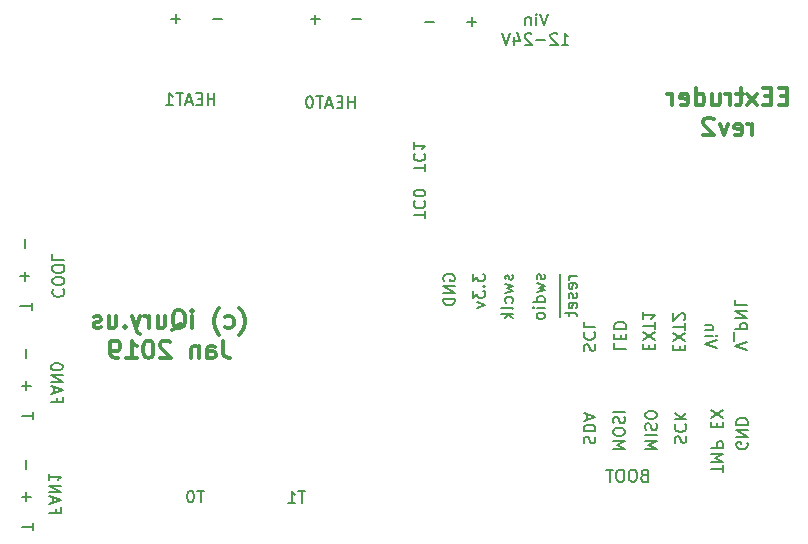
<source format=gbo>
G04 #@! TF.GenerationSoftware,KiCad,Pcbnew,6.0.0-rc1-unknown-170ff66~66~ubuntu18.10.1*
G04 #@! TF.CreationDate,2019-01-13T01:23:09-08:00
G04 #@! TF.ProjectId,EExtruder,45457874-7275-4646-9572-2e6b69636164,rev?*
G04 #@! TF.SameCoordinates,Original*
G04 #@! TF.FileFunction,Legend,Bot*
G04 #@! TF.FilePolarity,Positive*
%FSLAX46Y46*%
G04 Gerber Fmt 4.6, Leading zero omitted, Abs format (unit mm)*
G04 Created by KiCad (PCBNEW 6.0.0-rc1-unknown-170ff66~66~ubuntu18.10.1) date Sun 13 Jan 2019 01:23:09 AM PST*
%MOMM*%
%LPD*%
G04 APERTURE LIST*
%ADD10C,0.300000*%
%ADD11C,0.150000*%
%ADD12C,1.602000*%
%ADD13O,1.802000X1.802000*%
%ADD14R,1.802000X1.802000*%
%ADD15R,2.502000X2.502000*%
%ADD16C,2.502000*%
%ADD17C,3.302000*%
%ADD18O,1.829200X1.829200*%
%ADD19R,1.829200X1.829200*%
G04 APERTURE END LIST*
D10*
X150708571Y-111735000D02*
X150780000Y-111663571D01*
X150922857Y-111449285D01*
X150994285Y-111306428D01*
X151065714Y-111092142D01*
X151137142Y-110735000D01*
X151137142Y-110449285D01*
X151065714Y-110092142D01*
X150994285Y-109877857D01*
X150922857Y-109735000D01*
X150780000Y-109520714D01*
X150708571Y-109449285D01*
X149494285Y-111092142D02*
X149637142Y-111163571D01*
X149922857Y-111163571D01*
X150065714Y-111092142D01*
X150137142Y-111020714D01*
X150208571Y-110877857D01*
X150208571Y-110449285D01*
X150137142Y-110306428D01*
X150065714Y-110235000D01*
X149922857Y-110163571D01*
X149637142Y-110163571D01*
X149494285Y-110235000D01*
X148994285Y-111735000D02*
X148922857Y-111663571D01*
X148780000Y-111449285D01*
X148708571Y-111306428D01*
X148637142Y-111092142D01*
X148565714Y-110735000D01*
X148565714Y-110449285D01*
X148637142Y-110092142D01*
X148708571Y-109877857D01*
X148780000Y-109735000D01*
X148922857Y-109520714D01*
X148994285Y-109449285D01*
X146708571Y-111163571D02*
X146708571Y-110163571D01*
X146708571Y-109663571D02*
X146780000Y-109735000D01*
X146708571Y-109806428D01*
X146637142Y-109735000D01*
X146708571Y-109663571D01*
X146708571Y-109806428D01*
X144994285Y-111306428D02*
X145137142Y-111235000D01*
X145280000Y-111092142D01*
X145494285Y-110877857D01*
X145637142Y-110806428D01*
X145780000Y-110806428D01*
X145708571Y-111163571D02*
X145851428Y-111092142D01*
X145994285Y-110949285D01*
X146065714Y-110663571D01*
X146065714Y-110163571D01*
X145994285Y-109877857D01*
X145851428Y-109735000D01*
X145708571Y-109663571D01*
X145422857Y-109663571D01*
X145280000Y-109735000D01*
X145137142Y-109877857D01*
X145065714Y-110163571D01*
X145065714Y-110663571D01*
X145137142Y-110949285D01*
X145280000Y-111092142D01*
X145422857Y-111163571D01*
X145708571Y-111163571D01*
X143780000Y-110163571D02*
X143780000Y-111163571D01*
X144422857Y-110163571D02*
X144422857Y-110949285D01*
X144351428Y-111092142D01*
X144208571Y-111163571D01*
X143994285Y-111163571D01*
X143851428Y-111092142D01*
X143780000Y-111020714D01*
X143065714Y-111163571D02*
X143065714Y-110163571D01*
X143065714Y-110449285D02*
X142994285Y-110306428D01*
X142922857Y-110235000D01*
X142780000Y-110163571D01*
X142637142Y-110163571D01*
X142280000Y-110163571D02*
X141922857Y-111163571D01*
X141565714Y-110163571D02*
X141922857Y-111163571D01*
X142065714Y-111520714D01*
X142137142Y-111592142D01*
X142280000Y-111663571D01*
X140994285Y-111020714D02*
X140922857Y-111092142D01*
X140994285Y-111163571D01*
X141065714Y-111092142D01*
X140994285Y-111020714D01*
X140994285Y-111163571D01*
X139637142Y-110163571D02*
X139637142Y-111163571D01*
X140280000Y-110163571D02*
X140280000Y-110949285D01*
X140208571Y-111092142D01*
X140065714Y-111163571D01*
X139851428Y-111163571D01*
X139708571Y-111092142D01*
X139637142Y-111020714D01*
X138994285Y-111092142D02*
X138851428Y-111163571D01*
X138565714Y-111163571D01*
X138422857Y-111092142D01*
X138351428Y-110949285D01*
X138351428Y-110877857D01*
X138422857Y-110735000D01*
X138565714Y-110663571D01*
X138780000Y-110663571D01*
X138922857Y-110592142D01*
X138994285Y-110449285D01*
X138994285Y-110377857D01*
X138922857Y-110235000D01*
X138780000Y-110163571D01*
X138565714Y-110163571D01*
X138422857Y-110235000D01*
X149351428Y-112213571D02*
X149351428Y-113285000D01*
X149422857Y-113499285D01*
X149565714Y-113642142D01*
X149780000Y-113713571D01*
X149922857Y-113713571D01*
X147994285Y-113713571D02*
X147994285Y-112927857D01*
X148065714Y-112785000D01*
X148208571Y-112713571D01*
X148494285Y-112713571D01*
X148637142Y-112785000D01*
X147994285Y-113642142D02*
X148137142Y-113713571D01*
X148494285Y-113713571D01*
X148637142Y-113642142D01*
X148708571Y-113499285D01*
X148708571Y-113356428D01*
X148637142Y-113213571D01*
X148494285Y-113142142D01*
X148137142Y-113142142D01*
X147994285Y-113070714D01*
X147280000Y-112713571D02*
X147280000Y-113713571D01*
X147280000Y-112856428D02*
X147208571Y-112785000D01*
X147065714Y-112713571D01*
X146851428Y-112713571D01*
X146708571Y-112785000D01*
X146637142Y-112927857D01*
X146637142Y-113713571D01*
X144851428Y-112356428D02*
X144780000Y-112285000D01*
X144637142Y-112213571D01*
X144280000Y-112213571D01*
X144137142Y-112285000D01*
X144065714Y-112356428D01*
X143994285Y-112499285D01*
X143994285Y-112642142D01*
X144065714Y-112856428D01*
X144922857Y-113713571D01*
X143994285Y-113713571D01*
X143065714Y-112213571D02*
X142922857Y-112213571D01*
X142780000Y-112285000D01*
X142708571Y-112356428D01*
X142637142Y-112499285D01*
X142565714Y-112785000D01*
X142565714Y-113142142D01*
X142637142Y-113427857D01*
X142708571Y-113570714D01*
X142780000Y-113642142D01*
X142922857Y-113713571D01*
X143065714Y-113713571D01*
X143208571Y-113642142D01*
X143280000Y-113570714D01*
X143351428Y-113427857D01*
X143422857Y-113142142D01*
X143422857Y-112785000D01*
X143351428Y-112499285D01*
X143280000Y-112356428D01*
X143208571Y-112285000D01*
X143065714Y-112213571D01*
X141137142Y-113713571D02*
X141994285Y-113713571D01*
X141565714Y-113713571D02*
X141565714Y-112213571D01*
X141708571Y-112427857D01*
X141851428Y-112570714D01*
X141994285Y-112642142D01*
X140422857Y-113713571D02*
X140137142Y-113713571D01*
X139994285Y-113642142D01*
X139922857Y-113570714D01*
X139780000Y-113356428D01*
X139708571Y-113070714D01*
X139708571Y-112499285D01*
X139780000Y-112356428D01*
X139851428Y-112285000D01*
X139994285Y-112213571D01*
X140280000Y-112213571D01*
X140422857Y-112285000D01*
X140494285Y-112356428D01*
X140565714Y-112499285D01*
X140565714Y-112856428D01*
X140494285Y-112999285D01*
X140422857Y-113070714D01*
X140280000Y-113142142D01*
X139994285Y-113142142D01*
X139851428Y-113070714D01*
X139780000Y-112999285D01*
X139708571Y-112856428D01*
X197064285Y-91517857D02*
X196564285Y-91517857D01*
X196350000Y-92303571D02*
X197064285Y-92303571D01*
X197064285Y-90803571D01*
X196350000Y-90803571D01*
X195707142Y-91517857D02*
X195207142Y-91517857D01*
X194992857Y-92303571D02*
X195707142Y-92303571D01*
X195707142Y-90803571D01*
X194992857Y-90803571D01*
X194492857Y-92303571D02*
X193707142Y-91303571D01*
X194492857Y-91303571D02*
X193707142Y-92303571D01*
X193350000Y-91303571D02*
X192778571Y-91303571D01*
X193135714Y-90803571D02*
X193135714Y-92089285D01*
X193064285Y-92232142D01*
X192921428Y-92303571D01*
X192778571Y-92303571D01*
X192278571Y-92303571D02*
X192278571Y-91303571D01*
X192278571Y-91589285D02*
X192207142Y-91446428D01*
X192135714Y-91375000D01*
X191992857Y-91303571D01*
X191850000Y-91303571D01*
X190707142Y-91303571D02*
X190707142Y-92303571D01*
X191350000Y-91303571D02*
X191350000Y-92089285D01*
X191278571Y-92232142D01*
X191135714Y-92303571D01*
X190921428Y-92303571D01*
X190778571Y-92232142D01*
X190707142Y-92160714D01*
X189350000Y-92303571D02*
X189350000Y-90803571D01*
X189350000Y-92232142D02*
X189492857Y-92303571D01*
X189778571Y-92303571D01*
X189921428Y-92232142D01*
X189992857Y-92160714D01*
X190064285Y-92017857D01*
X190064285Y-91589285D01*
X189992857Y-91446428D01*
X189921428Y-91375000D01*
X189778571Y-91303571D01*
X189492857Y-91303571D01*
X189350000Y-91375000D01*
X188064285Y-92232142D02*
X188207142Y-92303571D01*
X188492857Y-92303571D01*
X188635714Y-92232142D01*
X188707142Y-92089285D01*
X188707142Y-91517857D01*
X188635714Y-91375000D01*
X188492857Y-91303571D01*
X188207142Y-91303571D01*
X188064285Y-91375000D01*
X187992857Y-91517857D01*
X187992857Y-91660714D01*
X188707142Y-91803571D01*
X187350000Y-92303571D02*
X187350000Y-91303571D01*
X187350000Y-91589285D02*
X187278571Y-91446428D01*
X187207142Y-91375000D01*
X187064285Y-91303571D01*
X186921428Y-91303571D01*
X194135714Y-94853571D02*
X194135714Y-93853571D01*
X194135714Y-94139285D02*
X194064285Y-93996428D01*
X193992857Y-93925000D01*
X193850000Y-93853571D01*
X193707142Y-93853571D01*
X192635714Y-94782142D02*
X192778571Y-94853571D01*
X193064285Y-94853571D01*
X193207142Y-94782142D01*
X193278571Y-94639285D01*
X193278571Y-94067857D01*
X193207142Y-93925000D01*
X193064285Y-93853571D01*
X192778571Y-93853571D01*
X192635714Y-93925000D01*
X192564285Y-94067857D01*
X192564285Y-94210714D01*
X193278571Y-94353571D01*
X192064285Y-93853571D02*
X191707142Y-94853571D01*
X191350000Y-93853571D01*
X190850000Y-93496428D02*
X190778571Y-93425000D01*
X190635714Y-93353571D01*
X190278571Y-93353571D01*
X190135714Y-93425000D01*
X190064285Y-93496428D01*
X189992857Y-93639285D01*
X189992857Y-93782142D01*
X190064285Y-93996428D01*
X190921428Y-94853571D01*
X189992857Y-94853571D01*
D11*
X176823809Y-84527380D02*
X176490476Y-85527380D01*
X176157142Y-84527380D01*
X175823809Y-85527380D02*
X175823809Y-84860714D01*
X175823809Y-84527380D02*
X175871428Y-84575000D01*
X175823809Y-84622619D01*
X175776190Y-84575000D01*
X175823809Y-84527380D01*
X175823809Y-84622619D01*
X175347619Y-84860714D02*
X175347619Y-85527380D01*
X175347619Y-84955952D02*
X175300000Y-84908333D01*
X175204761Y-84860714D01*
X175061904Y-84860714D01*
X174966666Y-84908333D01*
X174919047Y-85003571D01*
X174919047Y-85527380D01*
X177990476Y-87177380D02*
X178561904Y-87177380D01*
X178276190Y-87177380D02*
X178276190Y-86177380D01*
X178371428Y-86320238D01*
X178466666Y-86415476D01*
X178561904Y-86463095D01*
X177609523Y-86272619D02*
X177561904Y-86225000D01*
X177466666Y-86177380D01*
X177228571Y-86177380D01*
X177133333Y-86225000D01*
X177085714Y-86272619D01*
X177038095Y-86367857D01*
X177038095Y-86463095D01*
X177085714Y-86605952D01*
X177657142Y-87177380D01*
X177038095Y-87177380D01*
X176609523Y-86796428D02*
X175847619Y-86796428D01*
X175419047Y-86272619D02*
X175371428Y-86225000D01*
X175276190Y-86177380D01*
X175038095Y-86177380D01*
X174942857Y-86225000D01*
X174895238Y-86272619D01*
X174847619Y-86367857D01*
X174847619Y-86463095D01*
X174895238Y-86605952D01*
X175466666Y-87177380D01*
X174847619Y-87177380D01*
X173990476Y-86510714D02*
X173990476Y-87177380D01*
X174228571Y-86129761D02*
X174466666Y-86844047D01*
X173847619Y-86844047D01*
X173609523Y-86177380D02*
X173276190Y-87177380D01*
X172942857Y-86177380D01*
X160456309Y-92527380D02*
X160456309Y-91527380D01*
X160456309Y-92003571D02*
X159884880Y-92003571D01*
X159884880Y-92527380D02*
X159884880Y-91527380D01*
X159408690Y-92003571D02*
X159075357Y-92003571D01*
X158932500Y-92527380D02*
X159408690Y-92527380D01*
X159408690Y-91527380D01*
X158932500Y-91527380D01*
X158551547Y-92241666D02*
X158075357Y-92241666D01*
X158646785Y-92527380D02*
X158313452Y-91527380D01*
X157980119Y-92527380D01*
X157789642Y-91527380D02*
X157218214Y-91527380D01*
X157503928Y-92527380D02*
X157503928Y-91527380D01*
X156694404Y-91527380D02*
X156599166Y-91527380D01*
X156503928Y-91575000D01*
X156456309Y-91622619D01*
X156408690Y-91717857D01*
X156361071Y-91908333D01*
X156361071Y-92146428D01*
X156408690Y-92336904D01*
X156456309Y-92432142D01*
X156503928Y-92479761D01*
X156599166Y-92527380D01*
X156694404Y-92527380D01*
X156789642Y-92479761D01*
X156837261Y-92432142D01*
X156884880Y-92336904D01*
X156932500Y-92146428D01*
X156932500Y-91908333D01*
X156884880Y-91717857D01*
X156837261Y-91622619D01*
X156789642Y-91575000D01*
X156694404Y-91527380D01*
X148581809Y-92273380D02*
X148581809Y-91273380D01*
X148581809Y-91749571D02*
X148010380Y-91749571D01*
X148010380Y-92273380D02*
X148010380Y-91273380D01*
X147534190Y-91749571D02*
X147200857Y-91749571D01*
X147058000Y-92273380D02*
X147534190Y-92273380D01*
X147534190Y-91273380D01*
X147058000Y-91273380D01*
X146677047Y-91987666D02*
X146200857Y-91987666D01*
X146772285Y-92273380D02*
X146438952Y-91273380D01*
X146105619Y-92273380D01*
X145915142Y-91273380D02*
X145343714Y-91273380D01*
X145629428Y-92273380D02*
X145629428Y-91273380D01*
X144486571Y-92273380D02*
X145058000Y-92273380D01*
X144772285Y-92273380D02*
X144772285Y-91273380D01*
X144867523Y-91416238D01*
X144962761Y-91511476D01*
X145058000Y-91559095D01*
X182447619Y-112442857D02*
X182447619Y-112919047D01*
X183447619Y-112919047D01*
X182971428Y-112109523D02*
X182971428Y-111776190D01*
X182447619Y-111633333D02*
X182447619Y-112109523D01*
X183447619Y-112109523D01*
X183447619Y-111633333D01*
X182447619Y-111204761D02*
X183447619Y-111204761D01*
X183447619Y-110966666D01*
X183400000Y-110823809D01*
X183304761Y-110728571D01*
X183209523Y-110680952D01*
X183019047Y-110633333D01*
X182876190Y-110633333D01*
X182685714Y-110680952D01*
X182590476Y-110728571D01*
X182495238Y-110823809D01*
X182447619Y-110966666D01*
X182447619Y-111204761D01*
X185371428Y-112947619D02*
X185371428Y-112614285D01*
X184847619Y-112471428D02*
X184847619Y-112947619D01*
X185847619Y-112947619D01*
X185847619Y-112471428D01*
X185847619Y-112138095D02*
X184847619Y-111471428D01*
X185847619Y-111471428D02*
X184847619Y-112138095D01*
X185847619Y-111233333D02*
X185847619Y-110661904D01*
X184847619Y-110947619D02*
X185847619Y-110947619D01*
X184847619Y-109804761D02*
X184847619Y-110376190D01*
X184847619Y-110090476D02*
X185847619Y-110090476D01*
X185704761Y-110185714D01*
X185609523Y-110280952D01*
X185561904Y-110376190D01*
X187971428Y-113047619D02*
X187971428Y-112714285D01*
X187447619Y-112571428D02*
X187447619Y-113047619D01*
X188447619Y-113047619D01*
X188447619Y-112571428D01*
X188447619Y-112238095D02*
X187447619Y-111571428D01*
X188447619Y-111571428D02*
X187447619Y-112238095D01*
X188447619Y-111333333D02*
X188447619Y-110761904D01*
X187447619Y-111047619D02*
X188447619Y-111047619D01*
X188352380Y-110476190D02*
X188400000Y-110428571D01*
X188447619Y-110333333D01*
X188447619Y-110095238D01*
X188400000Y-110000000D01*
X188352380Y-109952380D01*
X188257142Y-109904761D01*
X188161904Y-109904761D01*
X188019047Y-109952380D01*
X187447619Y-110523809D01*
X187447619Y-109904761D01*
X191147619Y-112823809D02*
X190147619Y-112490476D01*
X191147619Y-112157142D01*
X190147619Y-111823809D02*
X190814285Y-111823809D01*
X191147619Y-111823809D02*
X191100000Y-111871428D01*
X191052380Y-111823809D01*
X191100000Y-111776190D01*
X191147619Y-111823809D01*
X191052380Y-111823809D01*
X190814285Y-111347619D02*
X190147619Y-111347619D01*
X190719047Y-111347619D02*
X190766666Y-111300000D01*
X190814285Y-111204761D01*
X190814285Y-111061904D01*
X190766666Y-110966666D01*
X190671428Y-110919047D01*
X190147619Y-110919047D01*
X193647619Y-113042857D02*
X192647619Y-112709523D01*
X193647619Y-112376190D01*
X192552380Y-112280952D02*
X192552380Y-111519047D01*
X192647619Y-111280952D02*
X193647619Y-111280952D01*
X193647619Y-110900000D01*
X193600000Y-110804761D01*
X193552380Y-110757142D01*
X193457142Y-110709523D01*
X193314285Y-110709523D01*
X193219047Y-110757142D01*
X193171428Y-110804761D01*
X193123809Y-110900000D01*
X193123809Y-111280952D01*
X192647619Y-110280952D02*
X193647619Y-110280952D01*
X192647619Y-109709523D01*
X193647619Y-109709523D01*
X192647619Y-108757142D02*
X192647619Y-109233333D01*
X193647619Y-109233333D01*
X193700000Y-120861904D02*
X193747619Y-120957142D01*
X193747619Y-121100000D01*
X193700000Y-121242857D01*
X193604761Y-121338095D01*
X193509523Y-121385714D01*
X193319047Y-121433333D01*
X193176190Y-121433333D01*
X192985714Y-121385714D01*
X192890476Y-121338095D01*
X192795238Y-121242857D01*
X192747619Y-121100000D01*
X192747619Y-121004761D01*
X192795238Y-120861904D01*
X192842857Y-120814285D01*
X193176190Y-120814285D01*
X193176190Y-121004761D01*
X192747619Y-120385714D02*
X193747619Y-120385714D01*
X192747619Y-119814285D01*
X193747619Y-119814285D01*
X192747619Y-119338095D02*
X193747619Y-119338095D01*
X193747619Y-119100000D01*
X193700000Y-118957142D01*
X193604761Y-118861904D01*
X193509523Y-118814285D01*
X193319047Y-118766666D01*
X193176190Y-118766666D01*
X192985714Y-118814285D01*
X192890476Y-118861904D01*
X192795238Y-118957142D01*
X192747619Y-119100000D01*
X192747619Y-119338095D01*
X191647619Y-123366666D02*
X191647619Y-122795238D01*
X190647619Y-123080952D02*
X191647619Y-123080952D01*
X190647619Y-122461904D02*
X191647619Y-122461904D01*
X190933333Y-122128571D01*
X191647619Y-121795238D01*
X190647619Y-121795238D01*
X190647619Y-121319047D02*
X191647619Y-121319047D01*
X191647619Y-120938095D01*
X191600000Y-120842857D01*
X191552380Y-120795238D01*
X191457142Y-120747619D01*
X191314285Y-120747619D01*
X191219047Y-120795238D01*
X191171428Y-120842857D01*
X191123809Y-120938095D01*
X191123809Y-121319047D01*
X191171428Y-119557142D02*
X191171428Y-119223809D01*
X190647619Y-119080952D02*
X190647619Y-119557142D01*
X191647619Y-119557142D01*
X191647619Y-119080952D01*
X191647619Y-118747619D02*
X190647619Y-118080952D01*
X191647619Y-118080952D02*
X190647619Y-118747619D01*
X187595238Y-120885714D02*
X187547619Y-120742857D01*
X187547619Y-120504761D01*
X187595238Y-120409523D01*
X187642857Y-120361904D01*
X187738095Y-120314285D01*
X187833333Y-120314285D01*
X187928571Y-120361904D01*
X187976190Y-120409523D01*
X188023809Y-120504761D01*
X188071428Y-120695238D01*
X188119047Y-120790476D01*
X188166666Y-120838095D01*
X188261904Y-120885714D01*
X188357142Y-120885714D01*
X188452380Y-120838095D01*
X188500000Y-120790476D01*
X188547619Y-120695238D01*
X188547619Y-120457142D01*
X188500000Y-120314285D01*
X187642857Y-119314285D02*
X187595238Y-119361904D01*
X187547619Y-119504761D01*
X187547619Y-119600000D01*
X187595238Y-119742857D01*
X187690476Y-119838095D01*
X187785714Y-119885714D01*
X187976190Y-119933333D01*
X188119047Y-119933333D01*
X188309523Y-119885714D01*
X188404761Y-119838095D01*
X188500000Y-119742857D01*
X188547619Y-119600000D01*
X188547619Y-119504761D01*
X188500000Y-119361904D01*
X188452380Y-119314285D01*
X187547619Y-118885714D02*
X188547619Y-118885714D01*
X187547619Y-118314285D02*
X188119047Y-118742857D01*
X188547619Y-118314285D02*
X187976190Y-118885714D01*
X185047619Y-121371428D02*
X186047619Y-121371428D01*
X185333333Y-121038095D01*
X186047619Y-120704761D01*
X185047619Y-120704761D01*
X185047619Y-120228571D02*
X186047619Y-120228571D01*
X185095238Y-119800000D02*
X185047619Y-119657142D01*
X185047619Y-119419047D01*
X185095238Y-119323809D01*
X185142857Y-119276190D01*
X185238095Y-119228571D01*
X185333333Y-119228571D01*
X185428571Y-119276190D01*
X185476190Y-119323809D01*
X185523809Y-119419047D01*
X185571428Y-119609523D01*
X185619047Y-119704761D01*
X185666666Y-119752380D01*
X185761904Y-119800000D01*
X185857142Y-119800000D01*
X185952380Y-119752380D01*
X186000000Y-119704761D01*
X186047619Y-119609523D01*
X186047619Y-119371428D01*
X186000000Y-119228571D01*
X186047619Y-118609523D02*
X186047619Y-118419047D01*
X186000000Y-118323809D01*
X185904761Y-118228571D01*
X185714285Y-118180952D01*
X185380952Y-118180952D01*
X185190476Y-118228571D01*
X185095238Y-118323809D01*
X185047619Y-118419047D01*
X185047619Y-118609523D01*
X185095238Y-118704761D01*
X185190476Y-118800000D01*
X185380952Y-118847619D01*
X185714285Y-118847619D01*
X185904761Y-118800000D01*
X186000000Y-118704761D01*
X186047619Y-118609523D01*
X182347619Y-121371428D02*
X183347619Y-121371428D01*
X182633333Y-121038095D01*
X183347619Y-120704761D01*
X182347619Y-120704761D01*
X183347619Y-120038095D02*
X183347619Y-119847619D01*
X183300000Y-119752380D01*
X183204761Y-119657142D01*
X183014285Y-119609523D01*
X182680952Y-119609523D01*
X182490476Y-119657142D01*
X182395238Y-119752380D01*
X182347619Y-119847619D01*
X182347619Y-120038095D01*
X182395238Y-120133333D01*
X182490476Y-120228571D01*
X182680952Y-120276190D01*
X183014285Y-120276190D01*
X183204761Y-120228571D01*
X183300000Y-120133333D01*
X183347619Y-120038095D01*
X182395238Y-119228571D02*
X182347619Y-119085714D01*
X182347619Y-118847619D01*
X182395238Y-118752380D01*
X182442857Y-118704761D01*
X182538095Y-118657142D01*
X182633333Y-118657142D01*
X182728571Y-118704761D01*
X182776190Y-118752380D01*
X182823809Y-118847619D01*
X182871428Y-119038095D01*
X182919047Y-119133333D01*
X182966666Y-119180952D01*
X183061904Y-119228571D01*
X183157142Y-119228571D01*
X183252380Y-119180952D01*
X183300000Y-119133333D01*
X183347619Y-119038095D01*
X183347619Y-118800000D01*
X183300000Y-118657142D01*
X182347619Y-118228571D02*
X183347619Y-118228571D01*
X179895238Y-120914285D02*
X179847619Y-120771428D01*
X179847619Y-120533333D01*
X179895238Y-120438095D01*
X179942857Y-120390476D01*
X180038095Y-120342857D01*
X180133333Y-120342857D01*
X180228571Y-120390476D01*
X180276190Y-120438095D01*
X180323809Y-120533333D01*
X180371428Y-120723809D01*
X180419047Y-120819047D01*
X180466666Y-120866666D01*
X180561904Y-120914285D01*
X180657142Y-120914285D01*
X180752380Y-120866666D01*
X180800000Y-120819047D01*
X180847619Y-120723809D01*
X180847619Y-120485714D01*
X180800000Y-120342857D01*
X179847619Y-119914285D02*
X180847619Y-119914285D01*
X180847619Y-119676190D01*
X180800000Y-119533333D01*
X180704761Y-119438095D01*
X180609523Y-119390476D01*
X180419047Y-119342857D01*
X180276190Y-119342857D01*
X180085714Y-119390476D01*
X179990476Y-119438095D01*
X179895238Y-119533333D01*
X179847619Y-119676190D01*
X179847619Y-119914285D01*
X180133333Y-118961904D02*
X180133333Y-118485714D01*
X179847619Y-119057142D02*
X180847619Y-118723809D01*
X179847619Y-118390476D01*
X179895238Y-113090476D02*
X179847619Y-112947619D01*
X179847619Y-112709523D01*
X179895238Y-112614285D01*
X179942857Y-112566666D01*
X180038095Y-112519047D01*
X180133333Y-112519047D01*
X180228571Y-112566666D01*
X180276190Y-112614285D01*
X180323809Y-112709523D01*
X180371428Y-112900000D01*
X180419047Y-112995238D01*
X180466666Y-113042857D01*
X180561904Y-113090476D01*
X180657142Y-113090476D01*
X180752380Y-113042857D01*
X180800000Y-112995238D01*
X180847619Y-112900000D01*
X180847619Y-112661904D01*
X180800000Y-112519047D01*
X179942857Y-111519047D02*
X179895238Y-111566666D01*
X179847619Y-111709523D01*
X179847619Y-111804761D01*
X179895238Y-111947619D01*
X179990476Y-112042857D01*
X180085714Y-112090476D01*
X180276190Y-112138095D01*
X180419047Y-112138095D01*
X180609523Y-112090476D01*
X180704761Y-112042857D01*
X180800000Y-111947619D01*
X180847619Y-111804761D01*
X180847619Y-111709523D01*
X180800000Y-111566666D01*
X180752380Y-111519047D01*
X179847619Y-110614285D02*
X179847619Y-111090476D01*
X180847619Y-111090476D01*
X184957142Y-123628571D02*
X184814285Y-123676190D01*
X184766666Y-123723809D01*
X184719047Y-123819047D01*
X184719047Y-123961904D01*
X184766666Y-124057142D01*
X184814285Y-124104761D01*
X184909523Y-124152380D01*
X185290476Y-124152380D01*
X185290476Y-123152380D01*
X184957142Y-123152380D01*
X184861904Y-123200000D01*
X184814285Y-123247619D01*
X184766666Y-123342857D01*
X184766666Y-123438095D01*
X184814285Y-123533333D01*
X184861904Y-123580952D01*
X184957142Y-123628571D01*
X185290476Y-123628571D01*
X184100000Y-123152380D02*
X183909523Y-123152380D01*
X183814285Y-123200000D01*
X183719047Y-123295238D01*
X183671428Y-123485714D01*
X183671428Y-123819047D01*
X183719047Y-124009523D01*
X183814285Y-124104761D01*
X183909523Y-124152380D01*
X184100000Y-124152380D01*
X184195238Y-124104761D01*
X184290476Y-124009523D01*
X184338095Y-123819047D01*
X184338095Y-123485714D01*
X184290476Y-123295238D01*
X184195238Y-123200000D01*
X184100000Y-123152380D01*
X183052380Y-123152380D02*
X182861904Y-123152380D01*
X182766666Y-123200000D01*
X182671428Y-123295238D01*
X182623809Y-123485714D01*
X182623809Y-123819047D01*
X182671428Y-124009523D01*
X182766666Y-124104761D01*
X182861904Y-124152380D01*
X183052380Y-124152380D01*
X183147619Y-124104761D01*
X183242857Y-124009523D01*
X183290476Y-123819047D01*
X183290476Y-123485714D01*
X183242857Y-123295238D01*
X183147619Y-123200000D01*
X183052380Y-123152380D01*
X182338095Y-123152380D02*
X181766666Y-123152380D01*
X182052380Y-124152380D02*
X182052380Y-123152380D01*
X168000000Y-107138095D02*
X167952380Y-107042857D01*
X167952380Y-106900000D01*
X168000000Y-106757142D01*
X168095238Y-106661904D01*
X168190476Y-106614285D01*
X168380952Y-106566666D01*
X168523809Y-106566666D01*
X168714285Y-106614285D01*
X168809523Y-106661904D01*
X168904761Y-106757142D01*
X168952380Y-106900000D01*
X168952380Y-106995238D01*
X168904761Y-107138095D01*
X168857142Y-107185714D01*
X168523809Y-107185714D01*
X168523809Y-106995238D01*
X168952380Y-107614285D02*
X167952380Y-107614285D01*
X168952380Y-108185714D01*
X167952380Y-108185714D01*
X168952380Y-108661904D02*
X167952380Y-108661904D01*
X167952380Y-108900000D01*
X168000000Y-109042857D01*
X168095238Y-109138095D01*
X168190476Y-109185714D01*
X168380952Y-109233333D01*
X168523809Y-109233333D01*
X168714285Y-109185714D01*
X168809523Y-109138095D01*
X168904761Y-109042857D01*
X168952380Y-108900000D01*
X168952380Y-108661904D01*
X170452380Y-106571428D02*
X170452380Y-107190476D01*
X170833333Y-106857142D01*
X170833333Y-107000000D01*
X170880952Y-107095238D01*
X170928571Y-107142857D01*
X171023809Y-107190476D01*
X171261904Y-107190476D01*
X171357142Y-107142857D01*
X171404761Y-107095238D01*
X171452380Y-107000000D01*
X171452380Y-106714285D01*
X171404761Y-106619047D01*
X171357142Y-106571428D01*
X171357142Y-107619047D02*
X171404761Y-107666666D01*
X171452380Y-107619047D01*
X171404761Y-107571428D01*
X171357142Y-107619047D01*
X171452380Y-107619047D01*
X170452380Y-108000000D02*
X170452380Y-108619047D01*
X170833333Y-108285714D01*
X170833333Y-108428571D01*
X170880952Y-108523809D01*
X170928571Y-108571428D01*
X171023809Y-108619047D01*
X171261904Y-108619047D01*
X171357142Y-108571428D01*
X171404761Y-108523809D01*
X171452380Y-108428571D01*
X171452380Y-108142857D01*
X171404761Y-108047619D01*
X171357142Y-108000000D01*
X170785714Y-108952380D02*
X171452380Y-109190476D01*
X170785714Y-109428571D01*
X173804761Y-106666666D02*
X173852380Y-106761904D01*
X173852380Y-106952380D01*
X173804761Y-107047619D01*
X173709523Y-107095238D01*
X173661904Y-107095238D01*
X173566666Y-107047619D01*
X173519047Y-106952380D01*
X173519047Y-106809523D01*
X173471428Y-106714285D01*
X173376190Y-106666666D01*
X173328571Y-106666666D01*
X173233333Y-106714285D01*
X173185714Y-106809523D01*
X173185714Y-106952380D01*
X173233333Y-107047619D01*
X173185714Y-107428571D02*
X173852380Y-107619047D01*
X173376190Y-107809523D01*
X173852380Y-108000000D01*
X173185714Y-108190476D01*
X173804761Y-109000000D02*
X173852380Y-108904761D01*
X173852380Y-108714285D01*
X173804761Y-108619047D01*
X173757142Y-108571428D01*
X173661904Y-108523809D01*
X173376190Y-108523809D01*
X173280952Y-108571428D01*
X173233333Y-108619047D01*
X173185714Y-108714285D01*
X173185714Y-108904761D01*
X173233333Y-109000000D01*
X173852380Y-109571428D02*
X173804761Y-109476190D01*
X173709523Y-109428571D01*
X172852380Y-109428571D01*
X173852380Y-109952380D02*
X172852380Y-109952380D01*
X173471428Y-110047619D02*
X173852380Y-110333333D01*
X173185714Y-110333333D02*
X173566666Y-109952380D01*
X176504761Y-106619047D02*
X176552380Y-106714285D01*
X176552380Y-106904761D01*
X176504761Y-107000000D01*
X176409523Y-107047619D01*
X176361904Y-107047619D01*
X176266666Y-107000000D01*
X176219047Y-106904761D01*
X176219047Y-106761904D01*
X176171428Y-106666666D01*
X176076190Y-106619047D01*
X176028571Y-106619047D01*
X175933333Y-106666666D01*
X175885714Y-106761904D01*
X175885714Y-106904761D01*
X175933333Y-107000000D01*
X175885714Y-107380952D02*
X176552380Y-107571428D01*
X176076190Y-107761904D01*
X176552380Y-107952380D01*
X175885714Y-108142857D01*
X176552380Y-108952380D02*
X175552380Y-108952380D01*
X176504761Y-108952380D02*
X176552380Y-108857142D01*
X176552380Y-108666666D01*
X176504761Y-108571428D01*
X176457142Y-108523809D01*
X176361904Y-108476190D01*
X176076190Y-108476190D01*
X175980952Y-108523809D01*
X175933333Y-108571428D01*
X175885714Y-108666666D01*
X175885714Y-108857142D01*
X175933333Y-108952380D01*
X176552380Y-109428571D02*
X175885714Y-109428571D01*
X175552380Y-109428571D02*
X175600000Y-109380952D01*
X175647619Y-109428571D01*
X175600000Y-109476190D01*
X175552380Y-109428571D01*
X175647619Y-109428571D01*
X176552380Y-110047619D02*
X176504761Y-109952380D01*
X176457142Y-109904761D01*
X176361904Y-109857142D01*
X176076190Y-109857142D01*
X175980952Y-109904761D01*
X175933333Y-109952380D01*
X175885714Y-110047619D01*
X175885714Y-110190476D01*
X175933333Y-110285714D01*
X175980952Y-110333333D01*
X176076190Y-110380952D01*
X176361904Y-110380952D01*
X176457142Y-110333333D01*
X176504761Y-110285714D01*
X176552380Y-110190476D01*
X176552380Y-110047619D01*
X177885000Y-106542857D02*
X177885000Y-107161904D01*
X179252380Y-106780952D02*
X178585714Y-106780952D01*
X178776190Y-106780952D02*
X178680952Y-106828571D01*
X178633333Y-106876190D01*
X178585714Y-106971428D01*
X178585714Y-107066666D01*
X177885000Y-107161904D02*
X177885000Y-108019047D01*
X179204761Y-107780952D02*
X179252380Y-107685714D01*
X179252380Y-107495238D01*
X179204761Y-107400000D01*
X179109523Y-107352380D01*
X178728571Y-107352380D01*
X178633333Y-107400000D01*
X178585714Y-107495238D01*
X178585714Y-107685714D01*
X178633333Y-107780952D01*
X178728571Y-107828571D01*
X178823809Y-107828571D01*
X178919047Y-107352380D01*
X177885000Y-108019047D02*
X177885000Y-108828571D01*
X179204761Y-108209523D02*
X179252380Y-108304761D01*
X179252380Y-108495238D01*
X179204761Y-108590476D01*
X179109523Y-108638095D01*
X179061904Y-108638095D01*
X178966666Y-108590476D01*
X178919047Y-108495238D01*
X178919047Y-108352380D01*
X178871428Y-108257142D01*
X178776190Y-108209523D01*
X178728571Y-108209523D01*
X178633333Y-108257142D01*
X178585714Y-108352380D01*
X178585714Y-108495238D01*
X178633333Y-108590476D01*
X177885000Y-108828571D02*
X177885000Y-109685714D01*
X179204761Y-109447619D02*
X179252380Y-109352380D01*
X179252380Y-109161904D01*
X179204761Y-109066666D01*
X179109523Y-109019047D01*
X178728571Y-109019047D01*
X178633333Y-109066666D01*
X178585714Y-109161904D01*
X178585714Y-109352380D01*
X178633333Y-109447619D01*
X178728571Y-109495238D01*
X178823809Y-109495238D01*
X178919047Y-109019047D01*
X177885000Y-109685714D02*
X177885000Y-110257142D01*
X178585714Y-109780952D02*
X178585714Y-110161904D01*
X178252380Y-109923809D02*
X179109523Y-109923809D01*
X179204761Y-109971428D01*
X179252380Y-110066666D01*
X179252380Y-110161904D01*
X166447619Y-101861904D02*
X166447619Y-101290476D01*
X165447619Y-101576190D02*
X166447619Y-101576190D01*
X165542857Y-100385714D02*
X165495238Y-100433333D01*
X165447619Y-100576190D01*
X165447619Y-100671428D01*
X165495238Y-100814285D01*
X165590476Y-100909523D01*
X165685714Y-100957142D01*
X165876190Y-101004761D01*
X166019047Y-101004761D01*
X166209523Y-100957142D01*
X166304761Y-100909523D01*
X166400000Y-100814285D01*
X166447619Y-100671428D01*
X166447619Y-100576190D01*
X166400000Y-100433333D01*
X166352380Y-100385714D01*
X166447619Y-99766666D02*
X166447619Y-99671428D01*
X166400000Y-99576190D01*
X166352380Y-99528571D01*
X166257142Y-99480952D01*
X166066666Y-99433333D01*
X165828571Y-99433333D01*
X165638095Y-99480952D01*
X165542857Y-99528571D01*
X165495238Y-99576190D01*
X165447619Y-99671428D01*
X165447619Y-99766666D01*
X165495238Y-99861904D01*
X165542857Y-99909523D01*
X165638095Y-99957142D01*
X165828571Y-100004761D01*
X166066666Y-100004761D01*
X166257142Y-99957142D01*
X166352380Y-99909523D01*
X166400000Y-99861904D01*
X166447619Y-99766666D01*
X166447619Y-97861904D02*
X166447619Y-97290476D01*
X165447619Y-97576190D02*
X166447619Y-97576190D01*
X165542857Y-96385714D02*
X165495238Y-96433333D01*
X165447619Y-96576190D01*
X165447619Y-96671428D01*
X165495238Y-96814285D01*
X165590476Y-96909523D01*
X165685714Y-96957142D01*
X165876190Y-97004761D01*
X166019047Y-97004761D01*
X166209523Y-96957142D01*
X166304761Y-96909523D01*
X166400000Y-96814285D01*
X166447619Y-96671428D01*
X166447619Y-96576190D01*
X166400000Y-96433333D01*
X166352380Y-96385714D01*
X165447619Y-95433333D02*
X165447619Y-96004761D01*
X165447619Y-95719047D02*
X166447619Y-95719047D01*
X166304761Y-95814285D01*
X166209523Y-95909523D01*
X166161904Y-96004761D01*
X156273404Y-124991880D02*
X155701976Y-124991880D01*
X155987690Y-125991880D02*
X155987690Y-124991880D01*
X154844833Y-125991880D02*
X155416261Y-125991880D01*
X155130547Y-125991880D02*
X155130547Y-124991880D01*
X155225785Y-125134738D01*
X155321023Y-125229976D01*
X155416261Y-125277595D01*
X147700904Y-124928380D02*
X147129476Y-124928380D01*
X147415190Y-125928380D02*
X147415190Y-124928380D01*
X146605666Y-124928380D02*
X146510428Y-124928380D01*
X146415190Y-124976000D01*
X146367571Y-125023619D01*
X146319952Y-125118857D01*
X146272333Y-125309333D01*
X146272333Y-125547428D01*
X146319952Y-125737904D01*
X146367571Y-125833142D01*
X146415190Y-125880761D01*
X146510428Y-125928380D01*
X146605666Y-125928380D01*
X146700904Y-125880761D01*
X146748523Y-125833142D01*
X146796142Y-125737904D01*
X146843761Y-125547428D01*
X146843761Y-125309333D01*
X146796142Y-125118857D01*
X146748523Y-125023619D01*
X146700904Y-124976000D01*
X146605666Y-124928380D01*
X133262619Y-128269619D02*
X133262619Y-127698190D01*
X132262619Y-127983904D02*
X133262619Y-127983904D01*
X132643571Y-125841047D02*
X132643571Y-125079142D01*
X132262619Y-125460095D02*
X133024523Y-125460095D01*
X132643571Y-123079142D02*
X132643571Y-122317238D01*
X133262619Y-118871619D02*
X133262619Y-118300190D01*
X132262619Y-118585904D02*
X133262619Y-118585904D01*
X132643571Y-116443047D02*
X132643571Y-115681142D01*
X132262619Y-116062095D02*
X133024523Y-116062095D01*
X132643571Y-113681142D02*
X132643571Y-112919238D01*
X133135619Y-109600619D02*
X133135619Y-109029190D01*
X132135619Y-109314904D02*
X133135619Y-109314904D01*
X132516571Y-107172047D02*
X132516571Y-106410142D01*
X132135619Y-106791095D02*
X132897523Y-106791095D01*
X132516571Y-104410142D02*
X132516571Y-103648238D01*
X134961357Y-107886357D02*
X134913738Y-107933976D01*
X134866119Y-108076833D01*
X134866119Y-108172071D01*
X134913738Y-108314928D01*
X135008976Y-108410166D01*
X135104214Y-108457785D01*
X135294690Y-108505404D01*
X135437547Y-108505404D01*
X135628023Y-108457785D01*
X135723261Y-108410166D01*
X135818500Y-108314928D01*
X135866119Y-108172071D01*
X135866119Y-108076833D01*
X135818500Y-107933976D01*
X135770880Y-107886357D01*
X135866119Y-107267309D02*
X135866119Y-107076833D01*
X135818500Y-106981595D01*
X135723261Y-106886357D01*
X135532785Y-106838738D01*
X135199452Y-106838738D01*
X135008976Y-106886357D01*
X134913738Y-106981595D01*
X134866119Y-107076833D01*
X134866119Y-107267309D01*
X134913738Y-107362547D01*
X135008976Y-107457785D01*
X135199452Y-107505404D01*
X135532785Y-107505404D01*
X135723261Y-107457785D01*
X135818500Y-107362547D01*
X135866119Y-107267309D01*
X135866119Y-106219690D02*
X135866119Y-106029214D01*
X135818500Y-105933976D01*
X135723261Y-105838738D01*
X135532785Y-105791119D01*
X135199452Y-105791119D01*
X135008976Y-105838738D01*
X134913738Y-105933976D01*
X134866119Y-106029214D01*
X134866119Y-106219690D01*
X134913738Y-106314928D01*
X135008976Y-106410166D01*
X135199452Y-106457785D01*
X135532785Y-106457785D01*
X135723261Y-106410166D01*
X135818500Y-106314928D01*
X135866119Y-106219690D01*
X134866119Y-104886357D02*
X134866119Y-105362547D01*
X135866119Y-105362547D01*
X135135928Y-126444214D02*
X135135928Y-126777547D01*
X134612119Y-126777547D02*
X135612119Y-126777547D01*
X135612119Y-126301357D01*
X134897833Y-125968023D02*
X134897833Y-125491833D01*
X134612119Y-126063261D02*
X135612119Y-125729928D01*
X134612119Y-125396595D01*
X134612119Y-125063261D02*
X135612119Y-125063261D01*
X134612119Y-124491833D01*
X135612119Y-124491833D01*
X134612119Y-123491833D02*
X134612119Y-124063261D01*
X134612119Y-123777547D02*
X135612119Y-123777547D01*
X135469261Y-123872785D01*
X135374023Y-123968023D01*
X135326404Y-124063261D01*
X135262928Y-117109714D02*
X135262928Y-117443047D01*
X134739119Y-117443047D02*
X135739119Y-117443047D01*
X135739119Y-116966857D01*
X135024833Y-116633523D02*
X135024833Y-116157333D01*
X134739119Y-116728761D02*
X135739119Y-116395428D01*
X134739119Y-116062095D01*
X134739119Y-115728761D02*
X135739119Y-115728761D01*
X134739119Y-115157333D01*
X135739119Y-115157333D01*
X135739119Y-114490666D02*
X135739119Y-114395428D01*
X135691500Y-114300190D01*
X135643880Y-114252571D01*
X135548642Y-114204952D01*
X135358166Y-114157333D01*
X135120071Y-114157333D01*
X134929595Y-114204952D01*
X134834357Y-114252571D01*
X134786738Y-114300190D01*
X134739119Y-114395428D01*
X134739119Y-114490666D01*
X134786738Y-114585904D01*
X134834357Y-114633523D01*
X134929595Y-114681142D01*
X135120071Y-114728761D01*
X135358166Y-114728761D01*
X135548642Y-114681142D01*
X135643880Y-114633523D01*
X135691500Y-114585904D01*
X135739119Y-114490666D01*
X149208857Y-84970928D02*
X148446952Y-84970928D01*
X145685047Y-84970928D02*
X144923142Y-84970928D01*
X145304095Y-85351880D02*
X145304095Y-84589976D01*
X156734142Y-85018571D02*
X157496047Y-85018571D01*
X157115095Y-84637619D02*
X157115095Y-85399523D01*
X160257952Y-85018571D02*
X161019857Y-85018571D01*
X166449642Y-85209071D02*
X167211547Y-85209071D01*
X169973452Y-85209071D02*
X170735357Y-85209071D01*
X170354404Y-84828119D02*
X170354404Y-85590023D01*
%LPC*%
D12*
X134175000Y-94550000D03*
X134175000Y-87550000D03*
D13*
X181200000Y-96700000D03*
X178660000Y-96700000D03*
X176120000Y-96700000D03*
X173580000Y-96700000D03*
X171040000Y-96700000D03*
D14*
X168500000Y-96700000D03*
D13*
X181200000Y-100800000D03*
X178660000Y-100800000D03*
X176120000Y-100800000D03*
X173580000Y-100800000D03*
X171040000Y-100800000D03*
D14*
X168500000Y-100800000D03*
D15*
X148000000Y-88328500D03*
D16*
X144500000Y-88328500D03*
D15*
X159400000Y-88328500D03*
D16*
X155900000Y-88328500D03*
D15*
X170505000Y-88328500D03*
D16*
X167005000Y-88328500D03*
D13*
X178660000Y-104500000D03*
X176120000Y-104500000D03*
X173580000Y-104500000D03*
X171040000Y-104500000D03*
D14*
X168500000Y-104500000D03*
D17*
X197200000Y-125900000D03*
X142367000Y-122047000D03*
D18*
X193100000Y-114360000D03*
X193100000Y-116900000D03*
X190560000Y-114360000D03*
X190560000Y-116900000D03*
X188020000Y-114360000D03*
X188020000Y-116900000D03*
X185480000Y-114360000D03*
X185480000Y-116900000D03*
X182940000Y-114360000D03*
X182940000Y-116900000D03*
X180400000Y-114360000D03*
D19*
X180400000Y-116900000D03*
D13*
X161544000Y-128143000D03*
X161544000Y-125603000D03*
D14*
X161544000Y-123063000D03*
D13*
X179642000Y-128143000D03*
X179642000Y-125603000D03*
D14*
X179642000Y-123063000D03*
D13*
X176022000Y-128143000D03*
X176022000Y-125603000D03*
D14*
X176022000Y-123063000D03*
D13*
X172402000Y-128143000D03*
X172402000Y-125603000D03*
D14*
X172402000Y-123063000D03*
D13*
X168783000Y-128143000D03*
X168783000Y-125603000D03*
D14*
X168783000Y-123063000D03*
D13*
X165164000Y-128143000D03*
X165164000Y-125603000D03*
D14*
X165164000Y-123063000D03*
D13*
X189800000Y-123400000D03*
D14*
X187260000Y-123400000D03*
D13*
X184760000Y-127400000D03*
X187300000Y-127400000D03*
D14*
X189840000Y-127400000D03*
D13*
X130568000Y-109261000D03*
X130568000Y-106721000D03*
D14*
X130568000Y-104181000D03*
D13*
X130607000Y-127656000D03*
X130607000Y-125116000D03*
D14*
X130607000Y-122576000D03*
D13*
X130580000Y-118468000D03*
X130580000Y-115928000D03*
D14*
X130580000Y-113388000D03*
D13*
X156759000Y-128143000D03*
D14*
X154219000Y-128143000D03*
D13*
X148182000Y-128156000D03*
D14*
X145642000Y-128156000D03*
M02*

</source>
